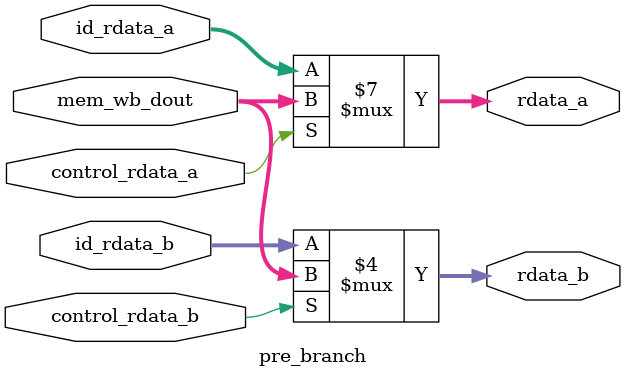
<source format=v>
module pre_branch(
    input [31:0] id_rdata_a,
    input [31:0] id_rdata_b,    
    input [31:0] mem_wb_dout,
    input control_rdata_a,
    input control_rdata_b,
    output reg [31:0] rdata_a,
    output reg [31:0] rdata_b
);

always @(*) begin 
    if(control_rdata_a)
        rdata_a <= mem_wb_dout;
    else
        rdata_a <= id_rdata_a;
end 

always @(*) begin 
    if(control_rdata_b) 
        rdata_b <= mem_wb_dout;
    else 
        rdata_b <= id_rdata_b;
end 
    

endmodule 
</source>
